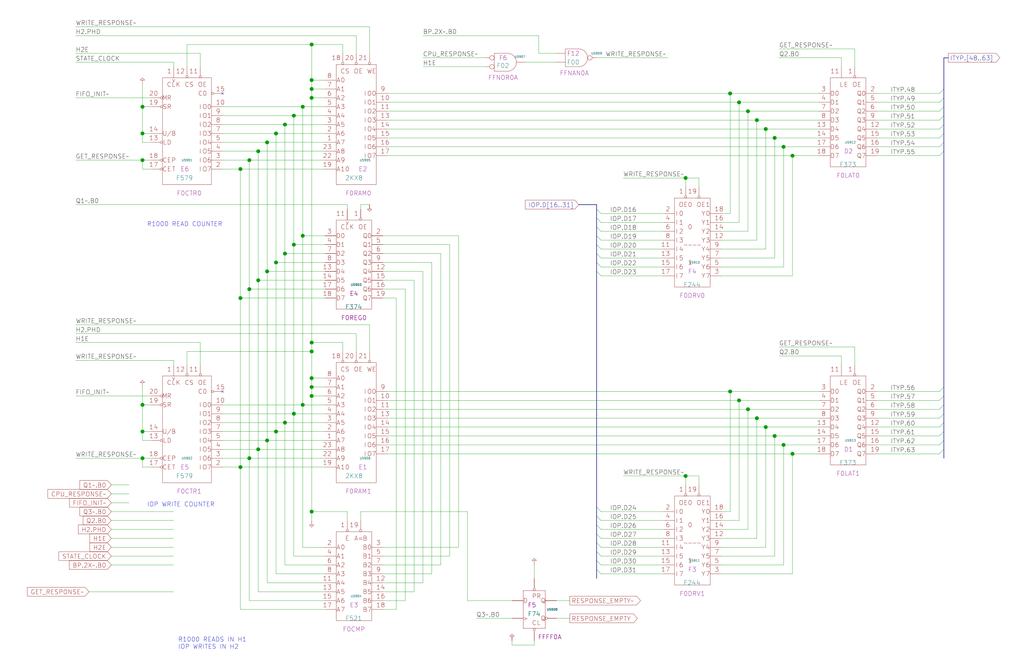
<source format=kicad_sch>
(kicad_sch (version 20211123) (generator eeschema)
  (paper "User" 584.2 378.46)
  (title_block (title "FOFIS\\nRESPONSE FIFO") (date "22-SEP-90") (rev "2.0") (comment 1 "IOC") (comment 2 "232-003061") (comment 3 "S400") (comment 4 "RELEASED"))
  (junction (at 137.16 96.52) (diameter 2.032))
  (junction (at 447.04 254) (diameter 2.032))
  (junction (at 157.48 76.2) (diameter 2.032))
  (junction (at 162.56 144.78) (diameter 2.032))
  (junction (at 172.72 231.14) (diameter 2.032))
  (junction (at 172.72 134.62) (diameter 2.032))
  (junction (at 142.24 261.62) (diameter 2.032))
  (junction (at 452.12 259.08) (diameter 2.032))
  (junction (at 81.28 91.44) (diameter 2.032))
  (junction (at 167.64 66.04) (diameter 2.032))
  (junction (at 177.8 45.72) (diameter 2.032))
  (junction (at 416.56 53.34) (diameter 2.032))
  (junction (at 177.8 292.1) (diameter 2.032))
  (junction (at 172.72 60.96) (diameter 2.032))
  (junction (at 142.24 165.1) (diameter 2.032))
  (junction (at 426.72 63.5) (diameter 2.032))
  (junction (at 81.28 246.38) (diameter 2.032))
  (junction (at 391.16 271.78) (diameter 2.032))
  (junction (at 177.8 50.8) (diameter 2.032))
  (junction (at 152.4 251.46) (diameter 2.032))
  (junction (at 157.48 149.86) (diameter 2.032))
  (junction (at 177.8 226.06) (diameter 2.032))
  (junction (at 441.96 248.92) (diameter 2.032))
  (junction (at 177.8 195.58) (diameter 2.032))
  (junction (at 152.4 154.94) (diameter 2.032))
  (junction (at 426.72 233.68) (diameter 2.032))
  (junction (at 142.24 91.44) (diameter 2.032))
  (junction (at 167.64 139.7) (diameter 2.032))
  (junction (at 147.32 86.36) (diameter 2.032))
  (junction (at 157.48 246.38) (diameter 2.032))
  (junction (at 81.28 231.14) (diameter 2.032))
  (junction (at 177.8 200.66) (diameter 2.032))
  (junction (at 431.8 68.58) (diameter 2.032))
  (junction (at 177.8 215.9) (diameter 2.032))
  (junction (at 447.04 83.82) (diameter 2.032))
  (junction (at 137.16 170.18) (diameter 2.032))
  (junction (at 421.64 228.6) (diameter 2.032))
  (junction (at 81.28 261.62) (diameter 2.032))
  (junction (at 81.28 76.2) (diameter 2.032))
  (junction (at 452.12 88.9) (diameter 2.032))
  (junction (at 177.8 55.88) (diameter 2.032))
  (junction (at 147.32 256.54) (diameter 2.032))
  (junction (at 137.16 266.7) (diameter 2.032))
  (junction (at 162.56 241.3) (diameter 2.032))
  (junction (at 162.56 71.12) (diameter 2.032))
  (junction (at 177.8 220.98) (diameter 2.032))
  (junction (at 81.28 60.96) (diameter 2.032))
  (junction (at 152.4 81.28) (diameter 2.032))
  (junction (at 147.32 160.02) (diameter 2.032))
  (junction (at 436.88 243.84) (diameter 2.032))
  (junction (at 177.8 25.4) (diameter 2.032))
  (junction (at 421.64 58.42) (diameter 2.032))
  (junction (at 436.88 73.66) (diameter 2.032))
  (junction (at 441.96 78.74) (diameter 2.032))
  (junction (at 167.64 236.22) (diameter 2.032))
  (junction (at 431.8 238.76) (diameter 2.032))
  (junction (at 416.56 223.52) (diameter 2.032))
  (junction (at 391.16 101.6) (diameter 2.032))
  (no_connect (at 127 53.34))
  (no_connect (at 127 223.52))
  (bus_entry (at 340.36 134.62) (size 2.54 2.54))
  (bus_entry (at 538.48 71.12) (size -2.54 2.54))
  (bus_entry (at 538.48 241.3) (size -2.54 2.54))
  (bus_entry (at 538.48 256.54) (size -2.54 2.54))
  (bus_entry (at 538.48 60.96) (size -2.54 2.54))
  (bus_entry (at 340.36 119.38) (size 2.54 2.54))
  (bus_entry (at 538.48 251.46) (size -2.54 2.54))
  (bus_entry (at 538.48 76.2) (size -2.54 2.54))
  (bus_entry (at 340.36 294.64) (size 2.54 2.54))
  (bus_entry (at 340.36 304.8) (size 2.54 2.54))
  (bus_entry (at 340.36 320.04) (size 2.54 2.54))
  (bus_entry (at 340.36 309.88) (size 2.54 2.54))
  (bus_entry (at 340.36 289.56) (size 2.54 2.54))
  (bus_entry (at 340.36 139.7) (size 2.54 2.54))
  (bus_entry (at 340.36 124.46) (size 2.54 2.54))
  (bus_entry (at 538.48 236.22) (size -2.54 2.54))
  (bus_entry (at 538.48 55.88) (size -2.54 2.54))
  (bus_entry (at 538.48 81.28) (size -2.54 2.54))
  (bus_entry (at 340.36 154.94) (size 2.54 2.54))
  (bus_entry (at 340.36 299.72) (size 2.54 2.54))
  (bus_entry (at 340.36 314.96) (size 2.54 2.54))
  (bus_entry (at 538.48 86.36) (size -2.54 2.54))
  (bus_entry (at 538.48 66.04) (size -2.54 2.54))
  (bus_entry (at 538.48 220.98) (size -2.54 2.54))
  (bus_entry (at 538.48 246.38) (size -2.54 2.54))
  (bus_entry (at 538.48 50.8) (size -2.54 2.54))
  (bus_entry (at 340.36 325.12) (size 2.54 2.54))
  (bus_entry (at 340.36 144.78) (size 2.54 2.54))
  (bus_entry (at 538.48 231.14) (size -2.54 2.54))
  (bus_entry (at 538.48 226.06) (size -2.54 2.54))
  (bus_entry (at 340.36 129.54) (size 2.54 2.54))
  (bus_entry (at 340.36 149.86) (size 2.54 2.54))
  (wire (pts (xy 411.48 127) (xy 421.64 127)))
  (wire (pts (xy 421.64 127) (xy 421.64 58.42)))
  (wire (pts (xy 500.38 63.5) (xy 535.94 63.5)))
  (wire (pts (xy 220.98 88.9) (xy 452.12 88.9)))
  (wire (pts (xy 452.12 88.9) (xy 467.36 88.9)))
  (wire (pts (xy 43.18 35.56) (xy 99.06 35.56)))
  (wire (pts (xy 99.06 38.1) (xy 99.06 35.56)))
  (wire (pts (xy 444.5 33.02) (xy 480.06 33.02)))
  (wire (pts (xy 480.06 38.1) (xy 480.06 33.02)))
  (bus (pts (xy 340.36 294.64) (xy 340.36 299.72)))
  (wire (pts (xy 340.36 33.02) (xy 381 33.02)))
  (bus (pts (xy 538.48 55.88) (xy 538.48 60.96)))
  (wire (pts (xy 43.18 91.44) (xy 81.28 91.44)))
  (wire (pts (xy 81.28 91.44) (xy 86.36 91.44)))
  (wire (pts (xy 220.98 68.58) (xy 431.8 68.58)))
  (wire (pts (xy 431.8 68.58) (xy 467.36 68.58)))
  (wire (pts (xy 177.8 292.1) (xy 198.12 292.1)))
  (wire (pts (xy 198.12 297.18) (xy 198.12 292.1)))
  (wire (pts (xy 43.18 195.58) (xy 114.3 195.58)))
  (wire (pts (xy 114.3 208.28) (xy 114.3 195.58)))
  (wire (pts (xy 411.48 292.1) (xy 416.56 292.1)))
  (wire (pts (xy 416.56 223.52) (xy 416.56 292.1)))
  (wire (pts (xy 63.5 307.34) (xy 99.06 307.34)))
  (wire (pts (xy 220.98 73.66) (xy 436.88 73.66)))
  (wire (pts (xy 436.88 73.66) (xy 467.36 73.66)))
  (wire (pts (xy 500.38 243.84) (xy 535.94 243.84)))
  (wire (pts (xy 142.24 261.62) (xy 185.42 261.62)))
  (wire (pts (xy 411.48 142.24) (xy 436.88 142.24)))
  (wire (pts (xy 436.88 142.24) (xy 436.88 73.66)))
  (bus (pts (xy 538.48 236.22) (xy 538.48 241.3)))
  (wire (pts (xy 162.56 144.78) (xy 162.56 71.12)))
  (wire (pts (xy 162.56 241.3) (xy 162.56 144.78)))
  (wire (pts (xy 162.56 322.58) (xy 162.56 241.3)))
  (wire (pts (xy 185.42 322.58) (xy 162.56 322.58)))
  (wire (pts (xy 220.98 228.6) (xy 421.64 228.6)))
  (wire (pts (xy 421.64 228.6) (xy 467.36 228.6)))
  (wire (pts (xy 241.3 38.1) (xy 276.86 38.1)))
  (wire (pts (xy 210.82 15.24) (xy 43.18 15.24)))
  (wire (pts (xy 210.82 30.48) (xy 210.82 15.24)))
  (wire (pts (xy 218.44 332.74) (xy 241.3 332.74)))
  (wire (pts (xy 241.3 154.94) (xy 218.44 154.94)))
  (wire (pts (xy 241.3 332.74) (xy 241.3 154.94)))
  (wire (pts (xy 63.5 292.1) (xy 99.06 292.1)))
  (wire (pts (xy 342.9 157.48) (xy 378.46 157.48)))
  (wire (pts (xy 142.24 165.1) (xy 142.24 91.44)))
  (wire (pts (xy 142.24 261.62) (xy 142.24 165.1)))
  (wire (pts (xy 142.24 342.9) (xy 142.24 261.62)))
  (wire (pts (xy 185.42 342.9) (xy 142.24 342.9)))
  (wire (pts (xy 185.42 327.66) (xy 157.48 327.66)))
  (wire (pts (xy 220.98 53.34) (xy 416.56 53.34)))
  (wire (pts (xy 416.56 53.34) (xy 467.36 53.34)))
  (bus (pts (xy 538.48 81.28) (xy 538.48 86.36)))
  (wire (pts (xy 177.8 55.88) (xy 185.42 55.88)))
  (wire (pts (xy 43.18 226.06) (xy 86.36 226.06)))
  (wire (pts (xy 114.3 30.48) (xy 43.18 30.48)))
  (wire (pts (xy 114.3 38.1) (xy 114.3 30.48)))
  (wire (pts (xy 220.98 223.52) (xy 416.56 223.52)))
  (wire (pts (xy 416.56 223.52) (xy 467.36 223.52)))
  (wire (pts (xy 220.98 58.42) (xy 421.64 58.42)))
  (wire (pts (xy 421.64 58.42) (xy 467.36 58.42)))
  (wire (pts (xy 271.78 353.06) (xy 292.1 353.06)))
  (wire (pts (xy 177.8 220.98) (xy 185.42 220.98)))
  (wire (pts (xy 43.18 261.62) (xy 81.28 261.62)))
  (wire (pts (xy 81.28 261.62) (xy 86.36 261.62)))
  (bus (pts (xy 340.36 314.96) (xy 340.36 320.04)))
  (wire (pts (xy 43.18 116.84) (xy 198.12 116.84)))
  (wire (pts (xy 198.12 119.38) (xy 198.12 116.84)))
  (wire (pts (xy 177.8 45.72) (xy 177.8 50.8)))
  (wire (pts (xy 177.8 50.8) (xy 177.8 55.88)))
  (wire (pts (xy 177.8 55.88) (xy 177.8 195.58)))
  (wire (pts (xy 177.8 195.58) (xy 177.8 200.66)))
  (wire (pts (xy 177.8 200.66) (xy 177.8 215.9)))
  (wire (pts (xy 177.8 215.9) (xy 177.8 220.98)))
  (wire (pts (xy 177.8 220.98) (xy 177.8 226.06)))
  (wire (pts (xy 177.8 226.06) (xy 177.8 292.1)))
  (wire (pts (xy 177.8 292.1) (xy 177.8 297.18)))
  (wire (pts (xy 185.42 45.72) (xy 177.8 45.72)))
  (wire (pts (xy 63.5 287.02) (xy 73.66 287.02)))
  (wire (pts (xy 152.4 154.94) (xy 152.4 81.28)))
  (wire (pts (xy 152.4 251.46) (xy 152.4 154.94)))
  (wire (pts (xy 152.4 332.74) (xy 152.4 251.46)))
  (wire (pts (xy 185.42 332.74) (xy 152.4 332.74)))
  (bus (pts (xy 340.36 320.04) (xy 340.36 325.12)))
  (wire (pts (xy 81.28 76.2) (xy 86.36 76.2)))
  (bus (pts (xy 538.48 251.46) (xy 538.48 256.54)))
  (wire (pts (xy 177.8 195.58) (xy 195.58 195.58)))
  (wire (pts (xy 195.58 200.66) (xy 195.58 195.58)))
  (wire (pts (xy 157.48 76.2) (xy 157.48 149.86)))
  (wire (pts (xy 157.48 149.86) (xy 157.48 246.38)))
  (wire (pts (xy 157.48 246.38) (xy 157.48 327.66)))
  (wire (pts (xy 185.42 149.86) (xy 157.48 149.86)))
  (wire (pts (xy 342.9 312.42) (xy 378.46 312.42)))
  (wire (pts (xy 218.44 322.58) (xy 251.46 322.58)))
  (wire (pts (xy 251.46 144.78) (xy 218.44 144.78)))
  (wire (pts (xy 251.46 322.58) (xy 251.46 144.78)))
  (wire (pts (xy 167.64 139.7) (xy 167.64 66.04)))
  (wire (pts (xy 167.64 236.22) (xy 167.64 139.7)))
  (wire (pts (xy 167.64 317.5) (xy 167.64 236.22)))
  (wire (pts (xy 185.42 317.5) (xy 167.64 317.5)))
  (wire (pts (xy 127 251.46) (xy 152.4 251.46)))
  (wire (pts (xy 500.38 78.74) (xy 535.94 78.74)))
  (wire (pts (xy 307.34 20.32) (xy 307.34 30.48)))
  (wire (pts (xy 81.28 231.14) (xy 81.28 220.98)))
  (wire (pts (xy 81.28 246.38) (xy 81.28 231.14)))
  (wire (pts (xy 81.28 251.46) (xy 81.28 246.38)))
  (wire (pts (xy 86.36 251.46) (xy 81.28 251.46)))
  (wire (pts (xy 63.5 317.5) (xy 99.06 317.5)))
  (wire (pts (xy 411.48 327.66) (xy 452.12 327.66)))
  (wire (pts (xy 452.12 327.66) (xy 452.12 259.08)))
  (wire (pts (xy 220.98 259.08) (xy 452.12 259.08)))
  (wire (pts (xy 452.12 259.08) (xy 467.36 259.08)))
  (wire (pts (xy 152.4 251.46) (xy 185.42 251.46)))
  (wire (pts (xy 127 81.28) (xy 152.4 81.28)))
  (wire (pts (xy 152.4 81.28) (xy 185.42 81.28)))
  (bus (pts (xy 340.36 144.78) (xy 340.36 149.86)))
  (wire (pts (xy 127 96.52) (xy 137.16 96.52)))
  (wire (pts (xy 137.16 96.52) (xy 185.42 96.52)))
  (bus (pts (xy 538.48 76.2) (xy 538.48 81.28)))
  (wire (pts (xy 137.16 170.18) (xy 137.16 96.52)))
  (wire (pts (xy 137.16 170.18) (xy 137.16 266.7)))
  (wire (pts (xy 137.16 266.7) (xy 137.16 347.98)))
  (wire (pts (xy 185.42 347.98) (xy 137.16 347.98)))
  (wire (pts (xy 81.28 60.96) (xy 81.28 48.26)))
  (wire (pts (xy 81.28 76.2) (xy 81.28 60.96)))
  (wire (pts (xy 81.28 81.28) (xy 81.28 76.2)))
  (wire (pts (xy 86.36 81.28) (xy 81.28 81.28)))
  (wire (pts (xy 220.98 63.5) (xy 426.72 63.5)))
  (wire (pts (xy 426.72 63.5) (xy 467.36 63.5)))
  (wire (pts (xy 63.5 312.42) (xy 99.06 312.42)))
  (wire (pts (xy 81.28 60.96) (xy 86.36 60.96)))
  (wire (pts (xy 63.5 281.94) (xy 73.66 281.94)))
  (wire (pts (xy 218.44 342.9) (xy 231.14 342.9)))
  (wire (pts (xy 231.14 165.1) (xy 218.44 165.1)))
  (wire (pts (xy 231.14 342.9) (xy 231.14 165.1)))
  (wire (pts (xy 317.5 342.9) (xy 325.12 342.9)))
  (wire (pts (xy 177.8 226.06) (xy 185.42 226.06)))
  (wire (pts (xy 172.72 134.62) (xy 185.42 134.62)))
  (wire (pts (xy 444.5 203.2) (xy 480.06 203.2)))
  (wire (pts (xy 480.06 208.28) (xy 480.06 203.2)))
  (wire (pts (xy 137.16 170.18) (xy 185.42 170.18)))
  (wire (pts (xy 411.48 147.32) (xy 441.96 147.32)))
  (wire (pts (xy 441.96 147.32) (xy 441.96 78.74)))
  (wire (pts (xy 500.38 53.34) (xy 535.94 53.34)))
  (wire (pts (xy 220.98 248.92) (xy 441.96 248.92)))
  (wire (pts (xy 441.96 248.92) (xy 467.36 248.92)))
  (wire (pts (xy 81.28 96.52) (xy 81.28 91.44)))
  (wire (pts (xy 86.36 96.52) (xy 81.28 96.52)))
  (wire (pts (xy 342.9 127) (xy 378.46 127)))
  (wire (pts (xy 127 241.3) (xy 162.56 241.3)))
  (wire (pts (xy 411.48 302.26) (xy 426.72 302.26)))
  (wire (pts (xy 426.72 302.26) (xy 426.72 233.68)))
  (wire (pts (xy 177.8 50.8) (xy 185.42 50.8)))
  (wire (pts (xy 147.32 160.02) (xy 185.42 160.02)))
  (wire (pts (xy 500.38 223.52) (xy 535.94 223.52)))
  (wire (pts (xy 304.8 322.58) (xy 304.8 330.2)))
  (wire (pts (xy 218.44 139.7) (xy 256.54 139.7)))
  (wire (pts (xy 256.54 139.7) (xy 256.54 317.5)))
  (wire (pts (xy 256.54 317.5) (xy 218.44 317.5)))
  (wire (pts (xy 81.28 266.7) (xy 81.28 261.62)))
  (wire (pts (xy 86.36 266.7) (xy 81.28 266.7)))
  (wire (pts (xy 43.18 55.88) (xy 86.36 55.88)))
  (wire (pts (xy 411.48 132.08) (xy 426.72 132.08)))
  (wire (pts (xy 426.72 132.08) (xy 426.72 63.5)))
  (wire (pts (xy 127 71.12) (xy 162.56 71.12)))
  (wire (pts (xy 162.56 71.12) (xy 185.42 71.12)))
  (wire (pts (xy 220.98 233.68) (xy 426.72 233.68)))
  (wire (pts (xy 426.72 233.68) (xy 467.36 233.68)))
  (bus (pts (xy 538.48 220.98) (xy 538.48 226.06)))
  (bus (pts (xy 340.36 129.54) (xy 340.36 134.62)))
  (wire (pts (xy 177.8 215.9) (xy 185.42 215.9)))
  (wire (pts (xy 220.98 243.84) (xy 436.88 243.84)))
  (wire (pts (xy 436.88 243.84) (xy 467.36 243.84)))
  (wire (pts (xy 63.5 322.58) (xy 99.06 322.58)))
  (wire (pts (xy 127 76.2) (xy 157.48 76.2)))
  (wire (pts (xy 157.48 76.2) (xy 185.42 76.2)))
  (wire (pts (xy 218.44 149.86) (xy 246.38 149.86)))
  (wire (pts (xy 246.38 149.86) (xy 246.38 327.66)))
  (wire (pts (xy 246.38 327.66) (xy 218.44 327.66)))
  (wire (pts (xy 220.98 78.74) (xy 441.96 78.74)))
  (wire (pts (xy 441.96 78.74) (xy 467.36 78.74)))
  (wire (pts (xy 167.64 139.7) (xy 185.42 139.7)))
  (bus (pts (xy 340.36 139.7) (xy 340.36 144.78)))
  (bus (pts (xy 538.48 231.14) (xy 538.48 236.22)))
  (bus (pts (xy 538.48 246.38) (xy 538.48 251.46)))
  (wire (pts (xy 147.32 256.54) (xy 185.42 256.54)))
  (wire (pts (xy 162.56 144.78) (xy 185.42 144.78)))
  (wire (pts (xy 500.38 233.68) (xy 535.94 233.68)))
  (wire (pts (xy 127 236.22) (xy 167.64 236.22)))
  (wire (pts (xy 127 66.04) (xy 167.64 66.04)))
  (wire (pts (xy 167.64 66.04) (xy 185.42 66.04)))
  (wire (pts (xy 127 261.62) (xy 142.24 261.62)))
  (wire (pts (xy 81.28 231.14) (xy 86.36 231.14)))
  (wire (pts (xy 137.16 266.7) (xy 185.42 266.7)))
  (bus (pts (xy 340.36 289.56) (xy 340.36 294.64)))
  (wire (pts (xy 81.28 246.38) (xy 86.36 246.38)))
  (wire (pts (xy 127 256.54) (xy 147.32 256.54)))
  (wire (pts (xy 500.38 259.08) (xy 535.94 259.08)))
  (wire (pts (xy 355.6 271.78) (xy 391.16 271.78)))
  (wire (pts (xy 391.16 271.78) (xy 398.78 271.78)))
  (wire (pts (xy 398.78 276.86) (xy 398.78 271.78)))
  (bus (pts (xy 538.48 241.3) (xy 538.48 246.38)))
  (wire (pts (xy 411.48 322.58) (xy 447.04 322.58)))
  (wire (pts (xy 447.04 322.58) (xy 447.04 254)))
  (wire (pts (xy 342.9 297.18) (xy 378.46 297.18)))
  (bus (pts (xy 340.36 134.62) (xy 340.36 139.7)))
  (wire (pts (xy 127 86.36) (xy 147.32 86.36)))
  (wire (pts (xy 147.32 86.36) (xy 185.42 86.36)))
  (bus (pts (xy 340.36 299.72) (xy 340.36 304.8)))
  (wire (pts (xy 127 231.14) (xy 172.72 231.14)))
  (wire (pts (xy 500.38 254) (xy 535.94 254)))
  (wire (pts (xy 342.9 307.34) (xy 378.46 307.34)))
  (wire (pts (xy 307.34 20.32) (xy 241.3 20.32)))
  (wire (pts (xy 317.5 30.48) (xy 307.34 30.48)))
  (wire (pts (xy 411.48 157.48) (xy 452.12 157.48)))
  (wire (pts (xy 452.12 157.48) (xy 452.12 88.9)))
  (wire (pts (xy 342.9 327.66) (xy 378.46 327.66)))
  (wire (pts (xy 63.5 302.26) (xy 99.06 302.26)))
  (wire (pts (xy 411.48 312.42) (xy 436.88 312.42)))
  (wire (pts (xy 436.88 312.42) (xy 436.88 243.84)))
  (wire (pts (xy 342.9 317.5) (xy 378.46 317.5)))
  (wire (pts (xy 342.9 292.1) (xy 378.46 292.1)))
  (wire (pts (xy 500.38 248.92) (xy 535.94 248.92)))
  (wire (pts (xy 205.74 116.84) (xy 205.74 119.38)))
  (wire (pts (xy 210.82 116.84) (xy 205.74 116.84)))
  (bus (pts (xy 340.36 304.8) (xy 340.36 309.88)))
  (bus (pts (xy 538.48 226.06) (xy 538.48 231.14)))
  (wire (pts (xy 342.9 302.26) (xy 378.46 302.26)))
  (wire (pts (xy 220.98 238.76) (xy 431.8 238.76)))
  (wire (pts (xy 431.8 238.76) (xy 467.36 238.76)))
  (bus (pts (xy 538.48 66.04) (xy 538.48 71.12)))
  (bus (pts (xy 340.36 149.86) (xy 340.36 154.94)))
  (wire (pts (xy 63.5 297.18) (xy 99.06 297.18)))
  (wire (pts (xy 203.2 20.32) (xy 43.18 20.32)))
  (wire (pts (xy 203.2 30.48) (xy 203.2 20.32)))
  (bus (pts (xy 330.2 116.84) (xy 340.36 116.84)))
  (bus (pts (xy 340.36 116.84) (xy 340.36 119.38)))
  (wire (pts (xy 500.38 68.58) (xy 535.94 68.58)))
  (wire (pts (xy 500.38 238.76) (xy 535.94 238.76)))
  (bus (pts (xy 340.36 154.94) (xy 340.36 289.56)))
  (bus (pts (xy 340.36 309.88) (xy 340.36 314.96)))
  (wire (pts (xy 106.68 200.66) (xy 177.8 200.66)))
  (wire (pts (xy 106.68 208.28) (xy 106.68 200.66)))
  (wire (pts (xy 185.42 246.38) (xy 157.48 246.38)))
  (wire (pts (xy 411.48 307.34) (xy 431.8 307.34)))
  (wire (pts (xy 431.8 307.34) (xy 431.8 238.76)))
  (wire (pts (xy 43.18 205.74) (xy 99.06 205.74)))
  (wire (pts (xy 99.06 208.28) (xy 99.06 205.74)))
  (wire (pts (xy 342.9 152.4) (xy 378.46 152.4)))
  (bus (pts (xy 340.36 124.46) (xy 340.36 129.54)))
  (wire (pts (xy 500.38 228.6) (xy 535.94 228.6)))
  (bus (pts (xy 538.48 60.96) (xy 538.48 66.04)))
  (wire (pts (xy 162.56 241.3) (xy 185.42 241.3)))
  (wire (pts (xy 205.74 292.1) (xy 266.7 292.1)))
  (wire (pts (xy 205.74 297.18) (xy 205.74 292.1)))
  (wire (pts (xy 266.7 292.1) (xy 266.7 342.9)))
  (wire (pts (xy 266.7 342.9) (xy 292.1 342.9)))
  (wire (pts (xy 142.24 165.1) (xy 185.42 165.1)))
  (wire (pts (xy 43.18 190.5) (xy 203.2 190.5)))
  (wire (pts (xy 203.2 200.66) (xy 203.2 190.5)))
  (wire (pts (xy 152.4 154.94) (xy 185.42 154.94)))
  (wire (pts (xy 43.18 185.42) (xy 210.82 185.42)))
  (wire (pts (xy 210.82 200.66) (xy 210.82 185.42)))
  (wire (pts (xy 500.38 88.9) (xy 535.94 88.9)))
  (wire (pts (xy 177.8 25.4) (xy 177.8 45.72)))
  (wire (pts (xy 195.58 25.4) (xy 177.8 25.4)))
  (wire (pts (xy 195.58 30.48) (xy 195.58 25.4)))
  (wire (pts (xy 355.6 101.6) (xy 391.16 101.6)))
  (wire (pts (xy 391.16 101.6) (xy 398.78 101.6)))
  (wire (pts (xy 398.78 106.68) (xy 398.78 101.6)))
  (bus (pts (xy 538.48 50.8) (xy 538.48 55.88)))
  (bus (pts (xy 538.48 71.12) (xy 538.48 76.2)))
  (wire (pts (xy 127 266.7) (xy 137.16 266.7)))
  (wire (pts (xy 172.72 231.14) (xy 185.42 231.14)))
  (wire (pts (xy 63.5 276.86) (xy 73.66 276.86)))
  (wire (pts (xy 172.72 60.96) (xy 172.72 134.62)))
  (wire (pts (xy 172.72 134.62) (xy 172.72 231.14)))
  (wire (pts (xy 172.72 231.14) (xy 172.72 312.42)))
  (wire (pts (xy 185.42 312.42) (xy 172.72 312.42)))
  (wire (pts (xy 299.72 35.56) (xy 317.5 35.56)))
  (wire (pts (xy 411.48 297.18) (xy 421.64 297.18)))
  (wire (pts (xy 421.64 297.18) (xy 421.64 228.6)))
  (wire (pts (xy 342.9 137.16) (xy 378.46 137.16)))
  (wire (pts (xy 317.5 353.06) (xy 325.12 353.06)))
  (wire (pts (xy 342.9 121.92) (xy 378.46 121.92)))
  (wire (pts (xy 500.38 58.42) (xy 535.94 58.42)))
  (bus (pts (xy 538.48 33.02) (xy 538.48 50.8)))
  (bus (pts (xy 538.48 33.02) (xy 541.02 33.02)))
  (wire (pts (xy 391.16 271.78) (xy 391.16 276.86)))
  (wire (pts (xy 218.44 160.02) (xy 236.22 160.02)))
  (wire (pts (xy 236.22 160.02) (xy 236.22 337.82)))
  (wire (pts (xy 236.22 337.82) (xy 218.44 337.82)))
  (wire (pts (xy 342.9 132.08) (xy 378.46 132.08)))
  (bus (pts (xy 340.36 119.38) (xy 340.36 124.46)))
  (wire (pts (xy 444.5 27.94) (xy 487.68 27.94)))
  (wire (pts (xy 487.68 38.1) (xy 487.68 27.94)))
  (wire (pts (xy 391.16 101.6) (xy 391.16 106.68)))
  (wire (pts (xy 500.38 83.82) (xy 535.94 83.82)))
  (wire (pts (xy 411.48 137.16) (xy 431.8 137.16)))
  (wire (pts (xy 431.8 137.16) (xy 431.8 68.58)))
  (wire (pts (xy 220.98 83.82) (xy 447.04 83.82)))
  (wire (pts (xy 447.04 83.82) (xy 467.36 83.82)))
  (wire (pts (xy 342.9 147.32) (xy 378.46 147.32)))
  (wire (pts (xy 411.48 152.4) (xy 447.04 152.4)))
  (wire (pts (xy 447.04 152.4) (xy 447.04 83.82)))
  (wire (pts (xy 411.48 121.92) (xy 416.56 121.92)))
  (wire (pts (xy 416.56 121.92) (xy 416.56 53.34)))
  (wire (pts (xy 167.64 236.22) (xy 185.42 236.22)))
  (wire (pts (xy 127 246.38) (xy 157.48 246.38)))
  (bus (pts (xy 340.36 325.12) (xy 340.36 330.2)))
  (wire (pts (xy 147.32 160.02) (xy 147.32 86.36)))
  (wire (pts (xy 147.32 256.54) (xy 147.32 160.02)))
  (wire (pts (xy 147.32 337.82) (xy 147.32 256.54)))
  (wire (pts (xy 185.42 337.82) (xy 147.32 337.82)))
  (wire (pts (xy 241.3 33.02) (xy 276.86 33.02)))
  (wire (pts (xy 218.44 312.42) (xy 261.62 312.42)))
  (wire (pts (xy 261.62 134.62) (xy 218.44 134.62)))
  (wire (pts (xy 261.62 312.42) (xy 261.62 134.62)))
  (wire (pts (xy 444.5 198.12) (xy 487.68 198.12)))
  (wire (pts (xy 487.68 208.28) (xy 487.68 198.12)))
  (wire (pts (xy 127 91.44) (xy 142.24 91.44)))
  (wire (pts (xy 142.24 91.44) (xy 185.42 91.44)))
  (bus (pts (xy 538.48 86.36) (xy 538.48 220.98)))
  (wire (pts (xy 127 60.96) (xy 172.72 60.96)))
  (wire (pts (xy 172.72 60.96) (xy 185.42 60.96)))
  (wire (pts (xy 411.48 317.5) (xy 441.96 317.5)))
  (wire (pts (xy 441.96 317.5) (xy 441.96 248.92)))
  (wire (pts (xy 50.8 337.82) (xy 99.06 337.82)))
  (wire (pts (xy 500.38 73.66) (xy 535.94 73.66)))
  (wire (pts (xy 220.98 254) (xy 447.04 254)))
  (wire (pts (xy 447.04 254) (xy 467.36 254)))
  (wire (pts (xy 292.1 368.3) (xy 292.1 365.76)))
  (wire (pts (xy 304.8 365.76) (xy 304.8 368.3)))
  (wire (pts (xy 304.8 368.3) (xy 292.1 368.3)))
  (wire (pts (xy 218.44 170.18) (xy 226.06 170.18)))
  (wire (pts (xy 226.06 170.18) (xy 226.06 347.98)))
  (wire (pts (xy 226.06 347.98) (xy 218.44 347.98)))
  (wire (pts (xy 342.9 322.58) (xy 378.46 322.58)))
  (bus (pts (xy 538.48 256.54) (xy 538.48 261.62)))
  (wire (pts (xy 106.68 25.4) (xy 177.8 25.4)))
  (wire (pts (xy 106.68 38.1) (xy 106.68 25.4)))
  (wire (pts (xy 342.9 142.24) (xy 378.46 142.24)))
  (text "R1000 READS IN H1\nIOP WRITES IN H2\n" (at 101.6 370.84 0) (effects (font (size 2.54 2.54)) (justify left bottom)))
  (text "IOP WRITE COUNTER\n" (at 83.82 289.56 0) (effects (font (size 2.54 2.54)) (justify left bottom)))
  (text "R1000 READ COUNTER" (at 83.82 129.54 0) (effects (font (size 2.54 2.54)) (justify left bottom)))
  (label "IOP.D16" (at 347.98 121.92 0) (effects (font (size 2.54 2.54))))
  (label "WRITE_RESPONSE~" (at 43.18 185.42 0) (effects (font (size 2.54 2.54))))
  (label "ITYP.62" (at 508 254 0) (effects (font (size 2.54 2.54))))
  (label "IOP.D20" (at 347.98 142.24 0) (effects (font (size 2.54 2.54))))
  (label "GET_RESPONSE~" (at 444.5 198.12 0) (effects (font (size 2.54 2.54))))
  (label "IOP.D30" (at 347.98 322.58 0) (effects (font (size 2.54 2.54))))
  (label "IOP.D18" (at 347.98 132.08 0) (effects (font (size 2.54 2.54))))
  (label "ITYP.61" (at 508 248.92 0) (effects (font (size 2.54 2.54))))
  (label "H2.PHD" (at 43.18 190.5 0) (effects (font (size 2.54 2.54))))
  (label "IOP.D17" (at 347.98 127 0) (effects (font (size 2.54 2.54))))
  (label "WRITE_RESPONSE~" (at 355.6 101.6 0) (effects (font (size 2.54 2.54))))
  (label "WRITE_RESPONSE~" (at 355.6 271.78 0) (effects (font (size 2.54 2.54))))
  (label "ITYP.48" (at 508 53.34 0) (effects (font (size 2.54 2.54))))
  (label "IOP.D22" (at 347.98 152.4 0) (effects (font (size 2.54 2.54))))
  (label "BP.2X~.B0" (at 241.3 20.32 0) (effects (font (size 2.54 2.54))))
  (label "ITYP.63" (at 508 259.08 0) (effects (font (size 2.54 2.54))))
  (label "IOP.D21" (at 347.98 147.32 0) (effects (font (size 2.54 2.54))))
  (label "WRITE_RESPONSE~" (at 43.18 205.74 0) (effects (font (size 2.54 2.54))))
  (label "FIFO_INIT~" (at 43.18 55.88 0) (effects (font (size 2.54 2.54))))
  (label "ITYP.57" (at 508 228.6 0) (effects (font (size 2.54 2.54))))
  (label "IOP.D27" (at 347.98 307.34 0) (effects (font (size 2.54 2.54))))
  (label "Q2.B0" (at 444.5 203.2 0) (effects (font (size 2.54 2.54))))
  (label "H2.PHD" (at 43.18 20.32 0) (effects (font (size 2.54 2.54))))
  (label "ITYP.58" (at 508 233.68 0) (effects (font (size 2.54 2.54))))
  (label "H1E" (at 43.18 195.58 0) (effects (font (size 2.54 2.54))))
  (label "ITYP.56" (at 508 223.52 0) (effects (font (size 2.54 2.54))))
  (label "ITYP.50" (at 508 63.5 0) (effects (font (size 2.54 2.54))))
  (label "STATE_CLOCK" (at 43.18 35.56 0) (effects (font (size 2.54 2.54))))
  (label "IOP.D26" (at 347.98 302.26 0) (effects (font (size 2.54 2.54))))
  (label "Q3~.B0" (at 271.78 353.06 0) (effects (font (size 2.54 2.54))))
  (label "ITYP.49" (at 508 58.42 0) (effects (font (size 2.54 2.54))))
  (label "IOP.D31" (at 347.98 327.66 0) (effects (font (size 2.54 2.54))))
  (label "CPU_RESPONSE~" (at 241.3 33.02 0) (effects (font (size 2.54 2.54))))
  (label "ITYP.60" (at 508 243.84 0) (effects (font (size 2.54 2.54))))
  (label "ITYP.55" (at 508 88.9 0) (effects (font (size 2.54 2.54))))
  (label "Q2.B0" (at 444.5 33.02 0) (effects (font (size 2.54 2.54))))
  (label "ITYP.51" (at 508 68.58 0) (effects (font (size 2.54 2.54))))
  (label "H2E" (at 43.18 30.48 0) (effects (font (size 2.54 2.54))))
  (label "WRITE_RESPONSE~" (at 43.18 15.24 0) (effects (font (size 2.54 2.54))))
  (label "WRITE_RESPONSE~" (at 43.18 261.62 0) (effects (font (size 2.54 2.54))))
  (label "IOP.D24" (at 347.98 292.1 0) (effects (font (size 2.54 2.54))))
  (label "FIFO_INIT~" (at 43.18 226.06 0) (effects (font (size 2.54 2.54))))
  (label "IOP.D28" (at 347.98 312.42 0) (effects (font (size 2.54 2.54))))
  (label "ITYP.53" (at 508 78.74 0) (effects (font (size 2.54 2.54))))
  (label "Q1~.B0" (at 43.18 116.84 0) (effects (font (size 2.54 2.54))))
  (label "WRITE_RESPONSE~" (at 345.44 33.02 0) (effects (font (size 2.54 2.54))))
  (label "GET_RESPONSE~" (at 43.18 91.44 0) (effects (font (size 2.54 2.54))))
  (label "IOP.D23" (at 347.98 157.48 0) (effects (font (size 2.54 2.54))))
  (label "IOP.D25" (at 347.98 297.18 0) (effects (font (size 2.54 2.54))))
  (label "ITYP.54" (at 508 83.82 0) (effects (font (size 2.54 2.54))))
  (label "H1E" (at 241.3 38.1 0) (effects (font (size 2.54 2.54))))
  (label "IOP.D29" (at 347.98 317.5 0) (effects (font (size 2.54 2.54))))
  (label "ITYP.52" (at 508 73.66 0) (effects (font (size 2.54 2.54))))
  (label "GET_RESPONSE~" (at 444.5 27.94 0) (effects (font (size 2.54 2.54))))
  (label "ITYP.59" (at 508 238.76 0) (effects (font (size 2.54 2.54))))
  (label "IOP.D19" (at 347.98 137.16 0) (effects (font (size 2.54 2.54))))
  (global_label "FIFO_INIT~" (shape input) (at 63.5 287.02 180) (effects (font (size 2.54 2.54))) (property "Intersheet References" "${INTERSHEET_REFS}" (at 39.3035 286.8613 0) (effects (font (size 2.54 2.54)) (justify right))))
  (global_label "GET_RESPONSE~" (shape input) (at 50.8 337.82 180) (effects (font (size 2.54 2.54))) (property "Intersheet References" "${INTERSHEET_REFS}" (at 15.615 337.6613 0) (effects (font (size 2.54 2.54)) (justify right))))
  (global_label "ITYP.[48..63]" (shape output) (at 541.02 33.02 0) (effects (font (size 2.54 2.54))) (property "Intersheet References" "${INTERSHEET_REFS}" (at 570.3993 32.8613 0) (effects (font (size 2.54 2.54)) (justify left))))
  (global_label "IOP.D[16..31]" (shape input) (at 330.2 116.84 180) (effects (font (size 2.54 2.54))) (property "Intersheet References" "${INTERSHEET_REFS}" (at 299.7321 116.6813 0) (effects (font (size 2.54 2.54)) (justify right))))
  (global_label "RESPONSE_EMPTY" (shape output) (at 325.12 353.06 0) (effects (font (size 2.54 2.54))) (property "Intersheet References" "${INTERSHEET_REFS}" (at 363.5708 352.9013 0) (effects (font (size 2.54 2.54)) (justify left))))
  (global_label "RESPONSE_EMPTY~" (shape output) (at 325.12 342.9 0) (effects (font (size 2.54 2.54))) (property "Intersheet References" "${INTERSHEET_REFS}" (at 365.385 342.7413 0) (effects (font (size 2.54 2.54)) (justify left))))
  (global_label "CPU_RESPONSE~" (shape input) (at 63.5 281.94 180) (effects (font (size 2.54 2.54))) (property "Intersheet References" "${INTERSHEET_REFS}" (at 26.9663 281.7813 0) (effects (font (size 2.54 2.54)) (justify right))))
  (global_label "H2.PHD" (shape input) (at 63.5 302.26 180) (effects (font (size 2.54 2.54))) (property "Intersheet References" "${INTERSHEET_REFS}" (at 44.6435 302.1013 0) (effects (font (size 2.54 2.54)) (justify right))))
  (global_label "STATE_CLOCK" (shape input) (at 63.5 317.5 180) (effects (font (size 2.54 2.54))) (property "Intersheet References" "${INTERSHEET_REFS}" (at 33.6369 317.3413 0) (effects (font (size 2.54 2.54)) (justify right))))
  (global_label "Q1~.B0" (shape input) (at 63.5 276.86 180) (effects (font (size 2.54 2.54))) (property "Intersheet References" "${INTERSHEET_REFS}" (at 45.2301 276.7013 0) (effects (font (size 2.54 2.54)) (justify right))))
  (global_label "H1E" (shape input) (at 63.5 307.34 180) (effects (font (size 2.54 2.54))) (property "Intersheet References" "${INTERSHEET_REFS}" (at 51.2959 307.1813 0) (effects (font (size 2.54 2.54)) (justify right))))
  (global_label "Q2.B0" (shape input) (at 63.5 297.18 180) (effects (font (size 2.54 2.54))) (property "Intersheet References" "${INTERSHEET_REFS}" (at 47.4254 297.0213 0) (effects (font (size 2.54 2.54)) (justify right))))
  (global_label "BP.2X~.B0" (shape input) (at 63.5 322.58 180) (effects (font (size 2.54 2.54))) (property "Intersheet References" "${INTERSHEET_REFS}" (at 35.2092 322.4213 0) (effects (font (size 2.54 2.54)) (justify right))))
  (global_label "Q3~.B0" (shape input) (at 63.5 292.1 180) (effects (font (size 2.54 2.54))) (property "Intersheet References" "${INTERSHEET_REFS}" (at 45.2301 291.9413 0) (effects (font (size 2.54 2.54)) (justify right))))
  (global_label "H2E" (shape input) (at 63.5 312.42 180) (effects (font (size 2.54 2.54))) (property "Intersheet References" "${INTERSHEET_REFS}" (at 51.2959 312.2613 0) (effects (font (size 2.54 2.54)) (justify right))))
  (symbol (lib_id "r1000:2KX8") (at 205.74 266.7 0) (unit 1)
    (property "Reference" "U5906" (at 208.28 261.62 0))
    (property "Value" "2KX8" (at 196.85 271.78 0) (effects (font (size 2.54 2.54)) (justify left)))
    (property "Location" "E1" (at 204.47 266.7 0) (effects (font (size 2.54 2.54)) (justify left)))
    (property "Name" "F0RAM1" (at 204.47 281.94 0) (effects (font (size 2.54 2.54)) (justify bottom)))
  )
  (symbol (lib_id "r1000:PD") (at 177.8 297.18 0) (unit 1) (in_bom no)
    (property "Reference" "#PWR05903" (effects hide))
    (property "Value" "PD" (effects hide))
  )
  (symbol (lib_id "r1000:F244") (at 393.7 325.12 0) (unit 1)
    (property "Reference" "U5911" (at 396.24 320.04 0))
    (property "Value" "F244" (at 389.89 332.74 0) (effects (font (size 2.54 2.54)) (justify left)))
    (property "Location" "F3" (at 392.43 325.12 0) (effects (font (size 2.54 2.54)) (justify left)))
    (property "Name" "F0DRV1" (at 394.97 340.36 0) (effects (font (size 2.54 2.54)) (justify bottom)))
  )
  (symbol (lib_id "r1000:F579") (at 104.14 266.7 0) (unit 1)
    (property "Reference" "U5902" (at 106.68 261.62 0))
    (property "Value" "F579" (at 100.33 271.78 0) (effects (font (size 2.54 2.54)) (justify left)))
    (property "Location" "E5" (at 102.87 266.7 0) (effects (font (size 2.54 2.54)) (justify left)))
    (property "Name" "F0CTR1" (at 107.95 281.94 0) (effects (font (size 2.54 2.54)) (justify bottom)))
  )
  (symbol (lib_id "r1000:F374") (at 200.66 167.64 0) (unit 1)
    (property "Reference" "U5903" (at 203.2 162.56 0))
    (property "Value" "F374" (at 196.85 175.26 0) (effects (font (size 2.54 2.54)) (justify left)))
    (property "Location" "E4" (at 199.39 167.64 0) (effects (font (size 2.54 2.54)) (justify left)))
    (property "Name" "F0REG0" (at 201.93 182.88 0) (effects (font (size 2.54 2.54)) (justify bottom)))
  )
  (symbol (lib_id "r1000:PU") (at 81.28 220.98 0) (unit 1)
    (property "Reference" "#PWR05902" (effects hide))
    (property "Value" "PU" (effects hide))
  )
  (symbol (lib_id "r1000:F373") (at 482.6 86.36 0) (unit 1)
    (property "Reference" "U5912" (at 485.14 81.28 0))
    (property "Value" "F373" (at 478.79 93.98 0) (effects (font (size 2.54 2.54)) (justify left)))
    (property "Location" "D2" (at 481.33 86.36 0) (effects (font (size 2.54 2.54)) (justify left)))
    (property "Name" "F0LAT0" (at 483.87 101.6 0) (effects (font (size 2.54 2.54)) (justify bottom)))
  )
  (symbol (lib_id "r1000:F244") (at 393.7 154.94 0) (unit 1)
    (property "Reference" "U5910" (at 396.24 149.86 0))
    (property "Value" "F244" (at 389.89 162.56 0) (effects (font (size 2.54 2.54)) (justify left)))
    (property "Location" "F4" (at 392.43 154.94 0) (effects (font (size 2.54 2.54)) (justify left)))
    (property "Name" "F0DRV0" (at 394.97 170.18 0) (effects (font (size 2.54 2.54)) (justify bottom)))
  )
  (symbol (lib_id "r1000:PD") (at 210.82 116.84 0) (unit 1) (in_bom no)
    (property "Reference" "#PWR0157" (effects hide))
    (property "Value" "PD" (effects hide))
  )
  (symbol (lib_id "r1000:F521") (at 200.66 345.44 0) (unit 1)
    (property "Reference" "U5904" (at 203.2 340.36 0))
    (property "Value" "F521" (at 196.85 353.06 0) (effects (font (size 2.54 2.54)) (justify left)))
    (property "Location" "E3" (at 199.39 345.44 0) (effects (font (size 2.54 2.54)) (justify left)))
    (property "Name" "F0CMP" (at 201.93 360.68 0) (effects (font (size 2.54 2.54)) (justify bottom)))
  )
  (symbol (lib_id "r1000:F373") (at 482.6 256.54 0) (unit 1)
    (property "Reference" "U5913" (at 485.14 251.46 0))
    (property "Value" "F373" (at 478.79 264.16 0) (effects (font (size 2.54 2.54)) (justify left)))
    (property "Location" "D1" (at 481.33 256.54 0) (effects (font (size 2.54 2.54)) (justify left)))
    (property "Name" "F0LAT1" (at 483.87 271.78 0) (effects (font (size 2.54 2.54)) (justify bottom)))
  )
  (symbol (lib_id "r1000:PU") (at 304.8 322.58 0) (unit 1)
    (property "Reference" "#PWR05905" (effects hide))
    (property "Value" "PU" (effects hide))
  )
  (symbol (lib_id "r1000:F74") (at 302.26 345.44 0) (unit 1)
    (property "Reference" "U5908" (at 314.96 347.98 0))
    (property "Value" "F74" (at 300.99 350.52 0) (effects (font (size 2.54 2.54)) (justify left)))
    (property "Location" "F5" (at 300.99 345.44 0) (effects (font (size 2.54 2.54)) (justify left)))
    (property "Name" "FFFF0A" (at 313.69 365.125 0) (effects (font (size 2.54 2.54)) (justify bottom)))
  )
  (symbol (lib_id "r1000:F02") (at 284.48 33.02 0) (unit 1) (convert 2)
    (property "Reference" "U5907" (at 296.64 32.385 0))
    (property "Value" "F02" (at 283.21 37.465 0) (effects (font (size 2.54 2.54)) (justify left)))
    (property "Location" "F6" (at 287.02 33.02 0) (effects (font (size 2.54 2.54))))
    (property "Name" "FFNOR0A" (at 287.02 45.72 0) (effects (font (size 2.54 2.54)) (justify bottom)))
  )
  (symbol (lib_id "r1000:PU") (at 81.28 48.26 0) (unit 1)
    (property "Reference" "#PWR05901" (effects hide))
    (property "Value" "PU" (effects hide))
  )
  (symbol (lib_id "r1000:PU") (at 292.1 365.76 0) (unit 1)
    (property "Reference" "#PWR05904" (effects hide))
    (property "Value" "PU" (effects hide))
  )
  (symbol (lib_id "r1000:F00") (at 325.12 30.48 0) (unit 1)
    (property "Reference" "U5909" (at 340.36 30.48 0))
    (property "Value" "F00" (at 327.025 35.56 0) (effects (font (size 2.54 2.54))))
    (property "Location" "F12" (at 327.025 30.48 0) (effects (font (size 2.54 2.54))))
    (property "Name" "FFNAN0A" (at 327.66 43.18 0) (effects (font (size 2.54 2.54)) (justify bottom)))
  )
  (symbol (lib_id "r1000:F579") (at 104.14 96.52 0) (unit 1)
    (property "Reference" "U5901" (at 106.68 91.44 0))
    (property "Value" "F579" (at 100.33 101.6 0) (effects (font (size 2.54 2.54)) (justify left)))
    (property "Location" "E6" (at 102.87 96.52 0) (effects (font (size 2.54 2.54)) (justify left)))
    (property "Name" "F0CTR0" (at 107.95 111.76 0) (effects (font (size 2.54 2.54)) (justify bottom)))
  )
  (symbol (lib_id "r1000:2KX8") (at 205.74 96.52 0) (unit 1)
    (property "Reference" "U5905" (at 208.28 91.44 0))
    (property "Value" "2KX8" (at 196.85 101.6 0) (effects (font (size 2.54 2.54)) (justify left)))
    (property "Location" "E2" (at 204.47 96.52 0) (effects (font (size 2.54 2.54)) (justify left)))
    (property "Name" "F0RAM0" (at 204.47 111.76 0) (effects (font (size 2.54 2.54)) (justify bottom)))
  )
)
</source>
